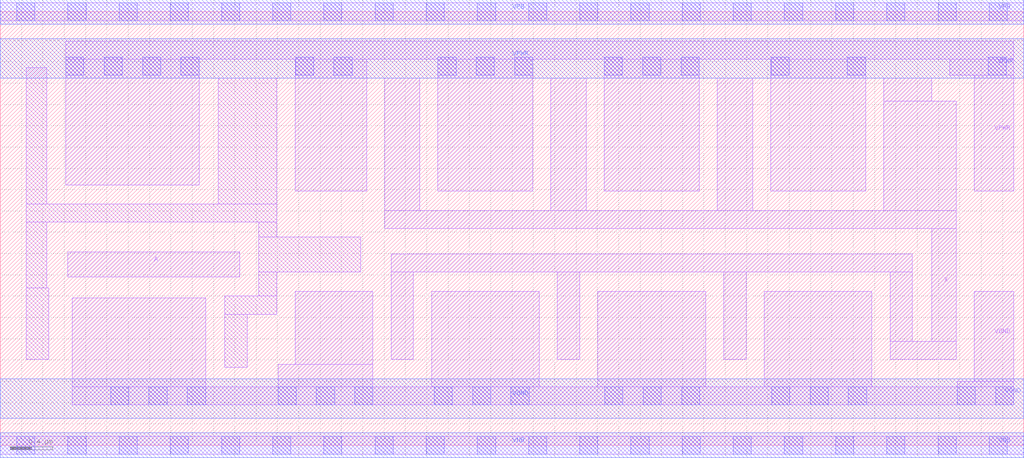
<source format=lef>
# Copyright 2020 The SkyWater PDK Authors
#
# Licensed under the Apache License, Version 2.0 (the "License");
# you may not use this file except in compliance with the License.
# You may obtain a copy of the License at
#
#     https://www.apache.org/licenses/LICENSE-2.0
#
# Unless required by applicable law or agreed to in writing, software
# distributed under the License is distributed on an "AS IS" BASIS,
# WITHOUT WARRANTIES OR CONDITIONS OF ANY KIND, either express or implied.
# See the License for the specific language governing permissions and
# limitations under the License.
#
# SPDX-License-Identifier: Apache-2.0

VERSION 5.7 ;
  NAMESCASESENSITIVE ON ;
  NOWIREEXTENSIONATPIN ON ;
  DIVIDERCHAR "/" ;
  BUSBITCHARS "[]" ;
UNITS
  DATABASE MICRONS 200 ;
END UNITS
MACRO sky130_fd_sc_hvl__buf_8
  CLASS CORE ;
  SOURCE USER ;
  FOREIGN sky130_fd_sc_hvl__buf_8 ;
  ORIGIN  0.000000  0.000000 ;
  SIZE  9.600000 BY  4.070000 ;
  SYMMETRY X Y ;
  SITE unithv ;
  PIN A
    ANTENNAGATEAREA  3.375000 ;
    DIRECTION INPUT ;
    USE SIGNAL ;
    PORT
      LAYER li1 ;
        RECT 0.635000 1.580000 2.245000 1.815000 ;
    END
  END A
  PIN X
    ANTENNADIFFAREA  2.520000 ;
    DIRECTION OUTPUT ;
    USE SIGNAL ;
    PORT
      LAYER li1 ;
        RECT 3.605000 2.035000 8.965000 2.205000 ;
        RECT 3.605000 2.205000 3.935000 3.445000 ;
        RECT 3.665000 0.805000 3.875000 1.625000 ;
        RECT 3.665000 1.625000 8.555000 1.795000 ;
        RECT 5.165000 2.205000 5.495000 3.445000 ;
        RECT 5.225000 0.805000 5.435000 1.625000 ;
        RECT 6.725000 2.205000 7.055000 3.445000 ;
        RECT 6.785000 0.805000 6.995000 1.625000 ;
        RECT 8.285000 2.205000 8.965000 3.230000 ;
        RECT 8.285000 3.230000 8.735000 3.445000 ;
        RECT 8.345000 0.805000 8.965000 0.975000 ;
        RECT 8.345000 0.975000 8.555000 1.625000 ;
        RECT 8.735000 0.975000 8.965000 2.035000 ;
    END
  END X
  PIN VGND
    DIRECTION INOUT ;
    USE GROUND ;
    PORT
      LAYER li1 ;
        RECT 0.675000 0.380000 9.505000 0.550000 ;
        RECT 0.675000 0.550000 1.925000 1.385000 ;
        RECT 2.605000 0.550000 3.495000 0.760000 ;
        RECT 2.765000 0.760000 3.495000 1.445000 ;
        RECT 4.045000 0.550000 5.055000 1.445000 ;
        RECT 5.605000 0.550000 6.615000 1.445000 ;
        RECT 7.165000 0.550000 8.175000 1.445000 ;
        RECT 8.975000 0.550000 9.505000 0.600000 ;
        RECT 9.135000 0.600000 9.505000 1.445000 ;
      LAYER mcon ;
        RECT 1.035000 0.380000 1.205000 0.550000 ;
        RECT 1.395000 0.380000 1.565000 0.550000 ;
        RECT 1.755000 0.380000 1.925000 0.550000 ;
        RECT 2.605000 0.380000 2.775000 0.550000 ;
        RECT 2.965000 0.380000 3.135000 0.550000 ;
        RECT 3.325000 0.380000 3.495000 0.550000 ;
        RECT 4.070000 0.380000 4.240000 0.550000 ;
        RECT 4.430000 0.380000 4.600000 0.550000 ;
        RECT 4.790000 0.380000 4.960000 0.550000 ;
        RECT 5.670000 0.380000 5.840000 0.550000 ;
        RECT 6.030000 0.380000 6.200000 0.550000 ;
        RECT 6.390000 0.380000 6.560000 0.550000 ;
        RECT 7.235000 0.380000 7.405000 0.550000 ;
        RECT 7.595000 0.380000 7.765000 0.550000 ;
        RECT 7.955000 0.380000 8.125000 0.550000 ;
        RECT 8.975000 0.380000 9.145000 0.550000 ;
        RECT 9.335000 0.380000 9.505000 0.550000 ;
      LAYER met1 ;
        RECT 0.000000 0.255000 9.600000 0.625000 ;
    END
  END VGND
  PIN VNB
    DIRECTION INOUT ;
    USE GROUND ;
    PORT
      LAYER li1 ;
        RECT 0.000000 -0.085000 9.600000 0.085000 ;
      LAYER mcon ;
        RECT 0.155000 -0.085000 0.325000 0.085000 ;
        RECT 0.635000 -0.085000 0.805000 0.085000 ;
        RECT 1.115000 -0.085000 1.285000 0.085000 ;
        RECT 1.595000 -0.085000 1.765000 0.085000 ;
        RECT 2.075000 -0.085000 2.245000 0.085000 ;
        RECT 2.555000 -0.085000 2.725000 0.085000 ;
        RECT 3.035000 -0.085000 3.205000 0.085000 ;
        RECT 3.515000 -0.085000 3.685000 0.085000 ;
        RECT 3.995000 -0.085000 4.165000 0.085000 ;
        RECT 4.475000 -0.085000 4.645000 0.085000 ;
        RECT 4.955000 -0.085000 5.125000 0.085000 ;
        RECT 5.435000 -0.085000 5.605000 0.085000 ;
        RECT 5.915000 -0.085000 6.085000 0.085000 ;
        RECT 6.395000 -0.085000 6.565000 0.085000 ;
        RECT 6.875000 -0.085000 7.045000 0.085000 ;
        RECT 7.355000 -0.085000 7.525000 0.085000 ;
        RECT 7.835000 -0.085000 8.005000 0.085000 ;
        RECT 8.315000 -0.085000 8.485000 0.085000 ;
        RECT 8.795000 -0.085000 8.965000 0.085000 ;
        RECT 9.275000 -0.085000 9.445000 0.085000 ;
      LAYER met1 ;
        RECT 0.000000 -0.115000 9.600000 0.115000 ;
    END
  END VNB
  PIN VPB
    DIRECTION INOUT ;
    USE POWER ;
    PORT
      LAYER li1 ;
        RECT 0.000000 3.985000 9.600000 4.155000 ;
      LAYER mcon ;
        RECT 0.155000 3.985000 0.325000 4.155000 ;
        RECT 0.635000 3.985000 0.805000 4.155000 ;
        RECT 1.115000 3.985000 1.285000 4.155000 ;
        RECT 1.595000 3.985000 1.765000 4.155000 ;
        RECT 2.075000 3.985000 2.245000 4.155000 ;
        RECT 2.555000 3.985000 2.725000 4.155000 ;
        RECT 3.035000 3.985000 3.205000 4.155000 ;
        RECT 3.515000 3.985000 3.685000 4.155000 ;
        RECT 3.995000 3.985000 4.165000 4.155000 ;
        RECT 4.475000 3.985000 4.645000 4.155000 ;
        RECT 4.955000 3.985000 5.125000 4.155000 ;
        RECT 5.435000 3.985000 5.605000 4.155000 ;
        RECT 5.915000 3.985000 6.085000 4.155000 ;
        RECT 6.395000 3.985000 6.565000 4.155000 ;
        RECT 6.875000 3.985000 7.045000 4.155000 ;
        RECT 7.355000 3.985000 7.525000 4.155000 ;
        RECT 7.835000 3.985000 8.005000 4.155000 ;
        RECT 8.315000 3.985000 8.485000 4.155000 ;
        RECT 8.795000 3.985000 8.965000 4.155000 ;
        RECT 9.275000 3.985000 9.445000 4.155000 ;
      LAYER met1 ;
        RECT 0.000000 3.955000 9.600000 4.185000 ;
    END
  END VPB
  PIN VPWR
    DIRECTION INOUT ;
    USE POWER ;
    PORT
      LAYER li1 ;
        RECT 0.615000 2.445000 1.865000 3.625000 ;
        RECT 0.615000 3.625000 9.505000 3.795000 ;
        RECT 2.765000 2.385000 3.435000 3.625000 ;
        RECT 4.105000 2.385000 4.995000 3.625000 ;
        RECT 5.665000 2.385000 6.555000 3.625000 ;
        RECT 7.225000 2.385000 8.115000 3.625000 ;
        RECT 8.905000 3.475000 9.505000 3.625000 ;
        RECT 9.135000 2.385000 9.505000 3.475000 ;
      LAYER mcon ;
        RECT 0.615000 3.475000 0.785000 3.645000 ;
        RECT 0.975000 3.475000 1.145000 3.645000 ;
        RECT 1.335000 3.475000 1.505000 3.645000 ;
        RECT 1.695000 3.475000 1.865000 3.645000 ;
        RECT 2.770000 3.475000 2.940000 3.645000 ;
        RECT 3.130000 3.475000 3.300000 3.645000 ;
        RECT 4.105000 3.475000 4.275000 3.645000 ;
        RECT 4.465000 3.475000 4.635000 3.645000 ;
        RECT 4.825000 3.475000 4.995000 3.645000 ;
        RECT 5.665000 3.475000 5.835000 3.645000 ;
        RECT 6.025000 3.475000 6.195000 3.645000 ;
        RECT 6.385000 3.475000 6.555000 3.645000 ;
        RECT 7.230000 3.475000 7.400000 3.645000 ;
        RECT 7.945000 3.475000 8.115000 3.645000 ;
        RECT 9.265000 3.475000 9.435000 3.645000 ;
      LAYER met1 ;
        RECT 0.000000 3.445000 9.600000 3.815000 ;
    END
  END VPWR
  OBS
    LAYER li1 ;
      RECT 0.245000 0.805000 0.455000 1.475000 ;
      RECT 0.245000 1.475000 0.435000 2.095000 ;
      RECT 0.245000 2.095000 2.595000 2.265000 ;
      RECT 0.245000 2.265000 0.435000 3.545000 ;
      RECT 2.045000 2.265000 2.595000 3.445000 ;
      RECT 2.105000 0.730000 2.315000 1.230000 ;
      RECT 2.105000 1.230000 2.595000 1.400000 ;
      RECT 2.425000 1.400000 2.595000 1.625000 ;
      RECT 2.425000 1.625000 3.380000 1.955000 ;
      RECT 2.425000 1.955000 2.595000 2.095000 ;
  END
END sky130_fd_sc_hvl__buf_8

</source>
